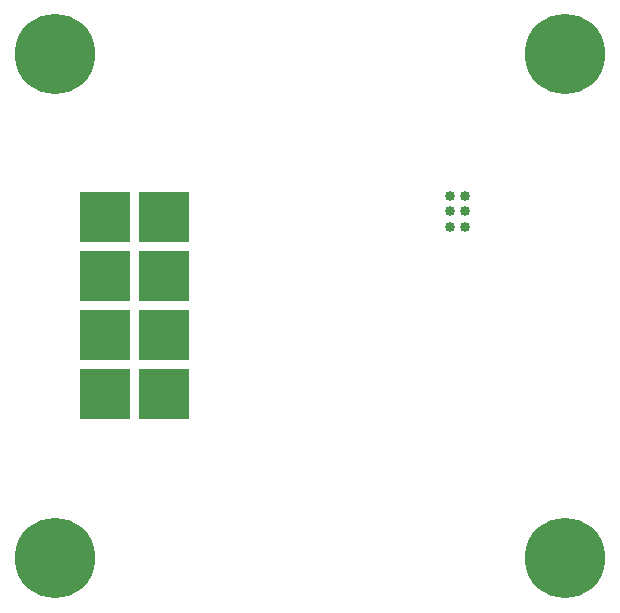
<source format=gbr>
G04 #@! TF.GenerationSoftware,KiCad,Pcbnew,(2017-08-08 revision 53204e097)-makepkg*
G04 #@! TF.CreationDate,2017-11-28T10:39:20+01:00*
G04 #@! TF.ProjectId,LMR1405001A,4C4D5231343035303031412E6B696361,rev?*
G04 #@! TF.SameCoordinates,Original*
G04 #@! TF.FileFunction,Soldermask,Top*
G04 #@! TF.FilePolarity,Negative*
%FSLAX46Y46*%
G04 Gerber Fmt 4.6, Leading zero omitted, Abs format (unit mm)*
G04 Created by KiCad (PCBNEW (2017-08-08 revision 53204e097)-makepkg) date 11/28/17 10:39:20*
%MOMM*%
%LPD*%
G01*
G04 APERTURE LIST*
%ADD10C,0.850000*%
%ADD11C,6.800000*%
%ADD12R,4.210000X4.210000*%
G04 APERTURE END LIST*
D10*
X136349500Y-90792000D03*
X135049500Y-90792000D03*
X135049500Y-88192000D03*
X136349500Y-88192000D03*
X136349500Y-89492000D03*
X135049500Y-89492000D03*
D11*
X101600000Y-118872000D03*
X144780000Y-76200000D03*
X144780000Y-118872000D03*
X101600000Y-76200000D03*
D12*
X105822912Y-90003600D03*
X110822912Y-90003600D03*
X110822912Y-95003600D03*
X105822912Y-95003600D03*
X105816400Y-105003600D03*
X110816400Y-105003600D03*
X110822912Y-100003600D03*
X105822912Y-100003600D03*
M02*

</source>
